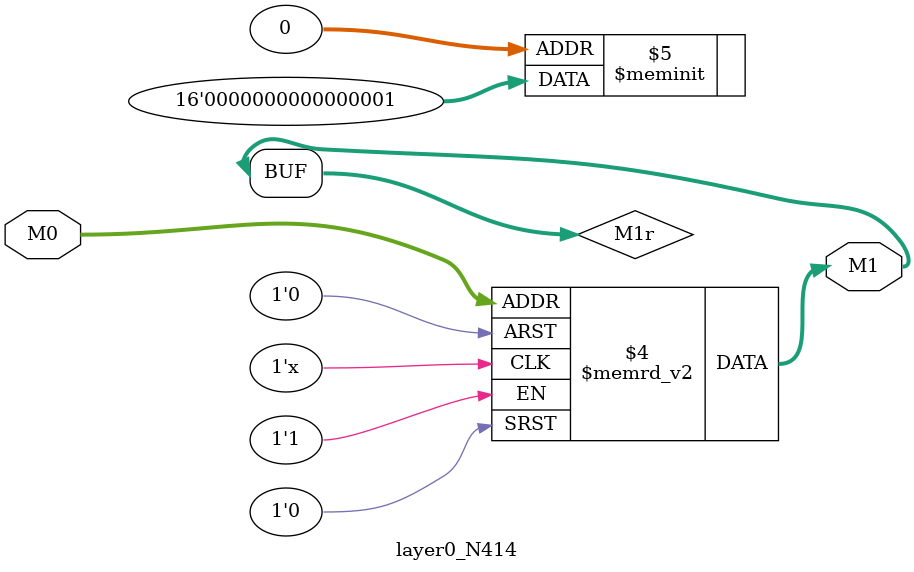
<source format=v>
module layer0_N414 ( input [2:0] M0, output [1:0] M1 );

	(*rom_style = "distributed" *) reg [1:0] M1r;
	assign M1 = M1r;
	always @ (M0) begin
		case (M0)
			3'b000: M1r = 2'b01;
			3'b100: M1r = 2'b00;
			3'b010: M1r = 2'b00;
			3'b110: M1r = 2'b00;
			3'b001: M1r = 2'b00;
			3'b101: M1r = 2'b00;
			3'b011: M1r = 2'b00;
			3'b111: M1r = 2'b00;

		endcase
	end
endmodule

</source>
